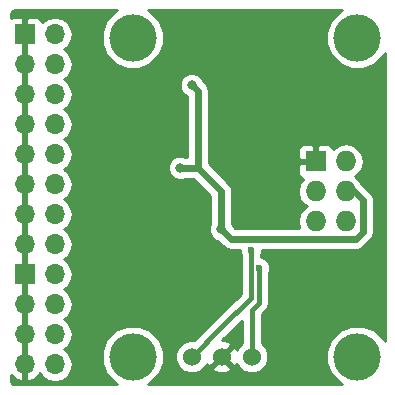
<source format=gbr>
G04 #@! TF.FileFunction,Copper,L2,Bot,Signal*
%FSLAX46Y46*%
G04 Gerber Fmt 4.6, Leading zero omitted, Abs format (unit mm)*
G04 Created by KiCad (PCBNEW 4.0.7-e2-6376~58~ubuntu16.04.1) date Mon Jan  7 01:20:08 2019*
%MOMM*%
%LPD*%
G01*
G04 APERTURE LIST*
%ADD10C,0.100000*%
%ADD11R,1.700000X1.700000*%
%ADD12O,1.700000X1.700000*%
%ADD13R,1.727200X1.727200*%
%ADD14O,1.727200X1.727200*%
%ADD15C,1.524000*%
%ADD16C,4.000000*%
%ADD17C,0.800000*%
%ADD18C,0.600000*%
%ADD19C,0.600000*%
%ADD20C,0.400000*%
%ADD21C,0.254000*%
G04 APERTURE END LIST*
D10*
D11*
X164370000Y-92710000D03*
D12*
X166910000Y-92710000D03*
X164370000Y-95250000D03*
X166910000Y-95250000D03*
X164370000Y-97790000D03*
X166910000Y-97790000D03*
X164370000Y-100330000D03*
X166910000Y-100330000D03*
X164370000Y-102870000D03*
X166910000Y-102870000D03*
X164370000Y-105410000D03*
X166910000Y-105410000D03*
X164370000Y-107950000D03*
X166910000Y-107950000D03*
X164370000Y-110490000D03*
X166910000Y-110490000D03*
D11*
X164370000Y-113030000D03*
D12*
X166910000Y-113030000D03*
X164370000Y-115570000D03*
X166910000Y-115570000D03*
X164370000Y-118110000D03*
X166910000Y-118110000D03*
X164370000Y-120650000D03*
X166910000Y-120650000D03*
D13*
X189000000Y-103460000D03*
D14*
X191540000Y-103460000D03*
X189000000Y-106000000D03*
X191540000Y-106000000D03*
X189000000Y-108540000D03*
X191540000Y-108540000D03*
D15*
X183580000Y-120000000D03*
X181040000Y-120000000D03*
X178500000Y-120000000D03*
D16*
X173500000Y-120000000D03*
X192500000Y-120000000D03*
X173500000Y-93000000D03*
X192500000Y-93000000D03*
D17*
X177000000Y-109000000D03*
D18*
X183500000Y-101000000D03*
D17*
X186500000Y-94000000D03*
X181500000Y-94000000D03*
X172500000Y-100000000D03*
X183500000Y-98000000D03*
X181000000Y-109198517D03*
X178500000Y-97000000D03*
X177500000Y-104000000D03*
D18*
X184200010Y-112449990D03*
X183500000Y-111000000D03*
D19*
X191540000Y-106000000D02*
X192264736Y-106000000D01*
X192967700Y-109460344D02*
X192428044Y-110000000D01*
X181000000Y-106000000D02*
X179000000Y-104000000D01*
X192264736Y-106000000D02*
X192967700Y-106702964D01*
X192967700Y-106702964D02*
X192967700Y-109460344D01*
X192428044Y-110000000D02*
X181801483Y-110000000D01*
X181801483Y-110000000D02*
X181000000Y-109198517D01*
X181000000Y-109198517D02*
X181000000Y-106000000D01*
X179000000Y-97500000D02*
X178500000Y-97000000D01*
X179000000Y-104000000D02*
X179000000Y-97500000D01*
X177500000Y-104000000D02*
X179000000Y-104000000D01*
D20*
X184200010Y-112449990D02*
X184200010Y-115452453D01*
X184200010Y-115452453D02*
X183580000Y-116072463D01*
X183580000Y-116072463D02*
X183580000Y-120000000D01*
X183500000Y-111000000D02*
X183500000Y-115000000D01*
X183500000Y-115000000D02*
X181004534Y-117495466D01*
X181004534Y-117495466D02*
X178500000Y-120000000D01*
D21*
G36*
X172009342Y-90764853D02*
X171267458Y-91505443D01*
X170865458Y-92473567D01*
X170864543Y-93521834D01*
X171264853Y-94490658D01*
X172005443Y-95232542D01*
X172973567Y-95634542D01*
X174021834Y-95635457D01*
X174990658Y-95235147D01*
X175732542Y-94494557D01*
X176134542Y-93526433D01*
X176135457Y-92478166D01*
X175735147Y-91509342D01*
X174994557Y-90767458D01*
X174795976Y-90685000D01*
X191202601Y-90685000D01*
X191009342Y-90764853D01*
X190267458Y-91505443D01*
X189865458Y-92473567D01*
X189864543Y-93521834D01*
X190264853Y-94490658D01*
X191005443Y-95232542D01*
X191973567Y-95634542D01*
X193021834Y-95635457D01*
X193990658Y-95235147D01*
X194732542Y-94494557D01*
X194815000Y-94295976D01*
X194815000Y-118702601D01*
X194735147Y-118509342D01*
X193994557Y-117767458D01*
X193026433Y-117365458D01*
X191978166Y-117364543D01*
X191009342Y-117764853D01*
X190267458Y-118505443D01*
X189865458Y-119473567D01*
X189864543Y-120521834D01*
X190264853Y-121490658D01*
X191005443Y-122232542D01*
X191204024Y-122315000D01*
X174797399Y-122315000D01*
X174990658Y-122235147D01*
X175732542Y-121494557D01*
X176134542Y-120526433D01*
X176135457Y-119478166D01*
X175735147Y-118509342D01*
X174994557Y-117767458D01*
X174026433Y-117365458D01*
X172978166Y-117364543D01*
X172009342Y-117764853D01*
X171267458Y-118505443D01*
X170865458Y-119473567D01*
X170864543Y-120521834D01*
X171264853Y-121490658D01*
X172005443Y-122232542D01*
X172204024Y-122315000D01*
X163567466Y-122315000D01*
X163384590Y-122278624D01*
X163286751Y-122213250D01*
X163221376Y-122115409D01*
X163185000Y-121932534D01*
X163185000Y-121511999D01*
X163488642Y-121845183D01*
X164013108Y-122091486D01*
X164243000Y-121970819D01*
X164243000Y-120777000D01*
X164223000Y-120777000D01*
X164223000Y-120523000D01*
X164243000Y-120523000D01*
X164243000Y-118237000D01*
X164223000Y-118237000D01*
X164223000Y-117983000D01*
X164243000Y-117983000D01*
X164243000Y-115697000D01*
X164223000Y-115697000D01*
X164223000Y-115443000D01*
X164243000Y-115443000D01*
X164243000Y-113157000D01*
X164223000Y-113157000D01*
X164223000Y-112903000D01*
X164243000Y-112903000D01*
X164243000Y-110617000D01*
X164223000Y-110617000D01*
X164223000Y-110363000D01*
X164243000Y-110363000D01*
X164243000Y-108077000D01*
X164223000Y-108077000D01*
X164223000Y-107823000D01*
X164243000Y-107823000D01*
X164243000Y-105537000D01*
X164223000Y-105537000D01*
X164223000Y-105283000D01*
X164243000Y-105283000D01*
X164243000Y-102997000D01*
X164223000Y-102997000D01*
X164223000Y-102743000D01*
X164243000Y-102743000D01*
X164243000Y-100457000D01*
X164223000Y-100457000D01*
X164223000Y-100203000D01*
X164243000Y-100203000D01*
X164243000Y-97917000D01*
X164223000Y-97917000D01*
X164223000Y-97663000D01*
X164243000Y-97663000D01*
X164243000Y-95377000D01*
X164223000Y-95377000D01*
X164223000Y-95123000D01*
X164243000Y-95123000D01*
X164243000Y-92837000D01*
X164223000Y-92837000D01*
X164223000Y-92583000D01*
X164243000Y-92583000D01*
X164243000Y-91383750D01*
X164497000Y-91383750D01*
X164497000Y-92583000D01*
X164517000Y-92583000D01*
X164517000Y-92837000D01*
X164497000Y-92837000D01*
X164497000Y-95123000D01*
X164517000Y-95123000D01*
X164517000Y-95377000D01*
X164497000Y-95377000D01*
X164497000Y-97663000D01*
X164517000Y-97663000D01*
X164517000Y-97917000D01*
X164497000Y-97917000D01*
X164497000Y-100203000D01*
X164517000Y-100203000D01*
X164517000Y-100457000D01*
X164497000Y-100457000D01*
X164497000Y-102743000D01*
X164517000Y-102743000D01*
X164517000Y-102997000D01*
X164497000Y-102997000D01*
X164497000Y-105283000D01*
X164517000Y-105283000D01*
X164517000Y-105537000D01*
X164497000Y-105537000D01*
X164497000Y-107823000D01*
X164517000Y-107823000D01*
X164517000Y-108077000D01*
X164497000Y-108077000D01*
X164497000Y-110363000D01*
X164517000Y-110363000D01*
X164517000Y-110617000D01*
X164497000Y-110617000D01*
X164497000Y-112903000D01*
X164517000Y-112903000D01*
X164517000Y-113157000D01*
X164497000Y-113157000D01*
X164497000Y-115443000D01*
X164517000Y-115443000D01*
X164517000Y-115697000D01*
X164497000Y-115697000D01*
X164497000Y-117983000D01*
X164517000Y-117983000D01*
X164517000Y-118237000D01*
X164497000Y-118237000D01*
X164497000Y-120523000D01*
X164517000Y-120523000D01*
X164517000Y-120777000D01*
X164497000Y-120777000D01*
X164497000Y-121970819D01*
X164726892Y-122091486D01*
X165251358Y-121845183D01*
X165641645Y-121416924D01*
X165641655Y-121416899D01*
X165830853Y-121700054D01*
X166312622Y-122021961D01*
X166880907Y-122135000D01*
X166939093Y-122135000D01*
X167507378Y-122021961D01*
X167989147Y-121700054D01*
X168311054Y-121218285D01*
X168424093Y-120650000D01*
X168311054Y-120081715D01*
X167989147Y-119599946D01*
X167659974Y-119380000D01*
X167989147Y-119160054D01*
X168311054Y-118678285D01*
X168424093Y-118110000D01*
X168311054Y-117541715D01*
X167989147Y-117059946D01*
X167659974Y-116840000D01*
X167989147Y-116620054D01*
X168311054Y-116138285D01*
X168424093Y-115570000D01*
X168311054Y-115001715D01*
X167989147Y-114519946D01*
X167659974Y-114300000D01*
X167989147Y-114080054D01*
X168311054Y-113598285D01*
X168424093Y-113030000D01*
X168311054Y-112461715D01*
X167989147Y-111979946D01*
X167659974Y-111760000D01*
X167989147Y-111540054D01*
X168311054Y-111058285D01*
X168424093Y-110490000D01*
X168311054Y-109921715D01*
X167989147Y-109439946D01*
X167659974Y-109220000D01*
X167989147Y-109000054D01*
X168311054Y-108518285D01*
X168424093Y-107950000D01*
X168311054Y-107381715D01*
X167989147Y-106899946D01*
X167659974Y-106680000D01*
X167989147Y-106460054D01*
X168311054Y-105978285D01*
X168424093Y-105410000D01*
X168311054Y-104841715D01*
X167989147Y-104359946D01*
X167757211Y-104204971D01*
X176464821Y-104204971D01*
X176622058Y-104585515D01*
X176912954Y-104876919D01*
X177293223Y-105034820D01*
X177704971Y-105035179D01*
X177947424Y-104935000D01*
X178612710Y-104935000D01*
X180065000Y-106387290D01*
X180065000Y-108751346D01*
X179965180Y-108991740D01*
X179964821Y-109403488D01*
X180122058Y-109784032D01*
X180412954Y-110075436D01*
X180655231Y-110176038D01*
X181140338Y-110661145D01*
X181443674Y-110863827D01*
X181801483Y-110935000D01*
X182565056Y-110935000D01*
X182564838Y-111185167D01*
X182665000Y-111427578D01*
X182665000Y-114654132D01*
X178715944Y-118603188D01*
X178223339Y-118602758D01*
X177709697Y-118814990D01*
X177316371Y-119207630D01*
X177103243Y-119720900D01*
X177102758Y-120276661D01*
X177314990Y-120790303D01*
X177707630Y-121183629D01*
X178220900Y-121396757D01*
X178776661Y-121397242D01*
X179290303Y-121185010D01*
X179495457Y-120980213D01*
X180239392Y-120980213D01*
X180308857Y-121222397D01*
X180832302Y-121409144D01*
X181387368Y-121381362D01*
X181771143Y-121222397D01*
X181840608Y-120980213D01*
X181040000Y-120179605D01*
X180239392Y-120980213D01*
X179495457Y-120980213D01*
X179683629Y-120792370D01*
X179763395Y-120600273D01*
X179817603Y-120731143D01*
X180059787Y-120800608D01*
X180860395Y-120000000D01*
X180846253Y-119985858D01*
X181025858Y-119806253D01*
X181040000Y-119820395D01*
X181840608Y-119019787D01*
X181771143Y-118777603D01*
X181247698Y-118590856D01*
X181081704Y-118599164D01*
X182745000Y-116935868D01*
X182745000Y-118859609D01*
X182396371Y-119207630D01*
X182316605Y-119399727D01*
X182262397Y-119268857D01*
X182020213Y-119199392D01*
X181219605Y-120000000D01*
X182020213Y-120800608D01*
X182262397Y-120731143D01*
X182312509Y-120590682D01*
X182394990Y-120790303D01*
X182787630Y-121183629D01*
X183300900Y-121396757D01*
X183856661Y-121397242D01*
X184370303Y-121185010D01*
X184763629Y-120792370D01*
X184976757Y-120279100D01*
X184977242Y-119723339D01*
X184765010Y-119209697D01*
X184415000Y-118859075D01*
X184415000Y-116418331D01*
X184790444Y-116042887D01*
X184971450Y-115771993D01*
X185035010Y-115452453D01*
X185035010Y-112877224D01*
X185134848Y-112636789D01*
X185135172Y-112264823D01*
X184993127Y-111921047D01*
X184730337Y-111657798D01*
X184386809Y-111515152D01*
X184335000Y-111515107D01*
X184335000Y-111427234D01*
X184434838Y-111186799D01*
X184435057Y-110935000D01*
X192428044Y-110935000D01*
X192785853Y-110863827D01*
X193089189Y-110661145D01*
X193628845Y-110121489D01*
X193831527Y-109818153D01*
X193902700Y-109460344D01*
X193902700Y-106702964D01*
X193831527Y-106345155D01*
X193628845Y-106041819D01*
X192925881Y-105338855D01*
X192853062Y-105290199D01*
X192599670Y-104910971D01*
X192328828Y-104730000D01*
X192599670Y-104549029D01*
X192924526Y-104062848D01*
X193038600Y-103489359D01*
X193038600Y-103430641D01*
X192924526Y-102857152D01*
X192599670Y-102370971D01*
X192113489Y-102046115D01*
X191540000Y-101932041D01*
X190966511Y-102046115D01*
X190480330Y-102370971D01*
X190466263Y-102392023D01*
X190401927Y-102236702D01*
X190223299Y-102058073D01*
X189989910Y-101961400D01*
X189285750Y-101961400D01*
X189127000Y-102120150D01*
X189127000Y-103333000D01*
X189147000Y-103333000D01*
X189147000Y-103587000D01*
X189127000Y-103587000D01*
X189127000Y-103607000D01*
X188873000Y-103607000D01*
X188873000Y-103587000D01*
X187660150Y-103587000D01*
X187501400Y-103745750D01*
X187501400Y-104449909D01*
X187598073Y-104683298D01*
X187776701Y-104861927D01*
X187930526Y-104925644D01*
X187615474Y-105397152D01*
X187501400Y-105970641D01*
X187501400Y-106029359D01*
X187615474Y-106602848D01*
X187940330Y-107089029D01*
X188211172Y-107270000D01*
X187940330Y-107450971D01*
X187615474Y-107937152D01*
X187501400Y-108510641D01*
X187501400Y-108569359D01*
X187599989Y-109065000D01*
X182188773Y-109065000D01*
X181977342Y-108853569D01*
X181935000Y-108751093D01*
X181935000Y-106000000D01*
X181863827Y-105642191D01*
X181661145Y-105338855D01*
X179935000Y-103612710D01*
X179935000Y-102470091D01*
X187501400Y-102470091D01*
X187501400Y-103174250D01*
X187660150Y-103333000D01*
X188873000Y-103333000D01*
X188873000Y-102120150D01*
X188714250Y-101961400D01*
X188010090Y-101961400D01*
X187776701Y-102058073D01*
X187598073Y-102236702D01*
X187501400Y-102470091D01*
X179935000Y-102470091D01*
X179935000Y-97500000D01*
X179863827Y-97142191D01*
X179661145Y-96838855D01*
X179477342Y-96655052D01*
X179377942Y-96414485D01*
X179087046Y-96123081D01*
X178706777Y-95965180D01*
X178295029Y-95964821D01*
X177914485Y-96122058D01*
X177623081Y-96412954D01*
X177465180Y-96793223D01*
X177464821Y-97204971D01*
X177622058Y-97585515D01*
X177912954Y-97876919D01*
X178065000Y-97940054D01*
X178065000Y-103065000D01*
X177947171Y-103065000D01*
X177706777Y-102965180D01*
X177295029Y-102964821D01*
X176914485Y-103122058D01*
X176623081Y-103412954D01*
X176465180Y-103793223D01*
X176464821Y-104204971D01*
X167757211Y-104204971D01*
X167659974Y-104140000D01*
X167989147Y-103920054D01*
X168311054Y-103438285D01*
X168424093Y-102870000D01*
X168311054Y-102301715D01*
X167989147Y-101819946D01*
X167659974Y-101600000D01*
X167989147Y-101380054D01*
X168311054Y-100898285D01*
X168424093Y-100330000D01*
X168311054Y-99761715D01*
X167989147Y-99279946D01*
X167659974Y-99060000D01*
X167989147Y-98840054D01*
X168311054Y-98358285D01*
X168424093Y-97790000D01*
X168311054Y-97221715D01*
X167989147Y-96739946D01*
X167659974Y-96520000D01*
X167989147Y-96300054D01*
X168311054Y-95818285D01*
X168424093Y-95250000D01*
X168311054Y-94681715D01*
X167989147Y-94199946D01*
X167659974Y-93980000D01*
X167989147Y-93760054D01*
X168311054Y-93278285D01*
X168424093Y-92710000D01*
X168311054Y-92141715D01*
X167989147Y-91659946D01*
X167507378Y-91338039D01*
X166939093Y-91225000D01*
X166880907Y-91225000D01*
X166312622Y-91338039D01*
X165830853Y-91659946D01*
X165826903Y-91665858D01*
X165758327Y-91500301D01*
X165579698Y-91321673D01*
X165346309Y-91225000D01*
X164655750Y-91225000D01*
X164497000Y-91383750D01*
X164243000Y-91383750D01*
X164084250Y-91225000D01*
X163393691Y-91225000D01*
X163185000Y-91311443D01*
X163185000Y-91067466D01*
X163221376Y-90884591D01*
X163286751Y-90786750D01*
X163384590Y-90721376D01*
X163567466Y-90685000D01*
X172202601Y-90685000D01*
X172009342Y-90764853D01*
X172009342Y-90764853D01*
G37*
X172009342Y-90764853D02*
X171267458Y-91505443D01*
X170865458Y-92473567D01*
X170864543Y-93521834D01*
X171264853Y-94490658D01*
X172005443Y-95232542D01*
X172973567Y-95634542D01*
X174021834Y-95635457D01*
X174990658Y-95235147D01*
X175732542Y-94494557D01*
X176134542Y-93526433D01*
X176135457Y-92478166D01*
X175735147Y-91509342D01*
X174994557Y-90767458D01*
X174795976Y-90685000D01*
X191202601Y-90685000D01*
X191009342Y-90764853D01*
X190267458Y-91505443D01*
X189865458Y-92473567D01*
X189864543Y-93521834D01*
X190264853Y-94490658D01*
X191005443Y-95232542D01*
X191973567Y-95634542D01*
X193021834Y-95635457D01*
X193990658Y-95235147D01*
X194732542Y-94494557D01*
X194815000Y-94295976D01*
X194815000Y-118702601D01*
X194735147Y-118509342D01*
X193994557Y-117767458D01*
X193026433Y-117365458D01*
X191978166Y-117364543D01*
X191009342Y-117764853D01*
X190267458Y-118505443D01*
X189865458Y-119473567D01*
X189864543Y-120521834D01*
X190264853Y-121490658D01*
X191005443Y-122232542D01*
X191204024Y-122315000D01*
X174797399Y-122315000D01*
X174990658Y-122235147D01*
X175732542Y-121494557D01*
X176134542Y-120526433D01*
X176135457Y-119478166D01*
X175735147Y-118509342D01*
X174994557Y-117767458D01*
X174026433Y-117365458D01*
X172978166Y-117364543D01*
X172009342Y-117764853D01*
X171267458Y-118505443D01*
X170865458Y-119473567D01*
X170864543Y-120521834D01*
X171264853Y-121490658D01*
X172005443Y-122232542D01*
X172204024Y-122315000D01*
X163567466Y-122315000D01*
X163384590Y-122278624D01*
X163286751Y-122213250D01*
X163221376Y-122115409D01*
X163185000Y-121932534D01*
X163185000Y-121511999D01*
X163488642Y-121845183D01*
X164013108Y-122091486D01*
X164243000Y-121970819D01*
X164243000Y-120777000D01*
X164223000Y-120777000D01*
X164223000Y-120523000D01*
X164243000Y-120523000D01*
X164243000Y-118237000D01*
X164223000Y-118237000D01*
X164223000Y-117983000D01*
X164243000Y-117983000D01*
X164243000Y-115697000D01*
X164223000Y-115697000D01*
X164223000Y-115443000D01*
X164243000Y-115443000D01*
X164243000Y-113157000D01*
X164223000Y-113157000D01*
X164223000Y-112903000D01*
X164243000Y-112903000D01*
X164243000Y-110617000D01*
X164223000Y-110617000D01*
X164223000Y-110363000D01*
X164243000Y-110363000D01*
X164243000Y-108077000D01*
X164223000Y-108077000D01*
X164223000Y-107823000D01*
X164243000Y-107823000D01*
X164243000Y-105537000D01*
X164223000Y-105537000D01*
X164223000Y-105283000D01*
X164243000Y-105283000D01*
X164243000Y-102997000D01*
X164223000Y-102997000D01*
X164223000Y-102743000D01*
X164243000Y-102743000D01*
X164243000Y-100457000D01*
X164223000Y-100457000D01*
X164223000Y-100203000D01*
X164243000Y-100203000D01*
X164243000Y-97917000D01*
X164223000Y-97917000D01*
X164223000Y-97663000D01*
X164243000Y-97663000D01*
X164243000Y-95377000D01*
X164223000Y-95377000D01*
X164223000Y-95123000D01*
X164243000Y-95123000D01*
X164243000Y-92837000D01*
X164223000Y-92837000D01*
X164223000Y-92583000D01*
X164243000Y-92583000D01*
X164243000Y-91383750D01*
X164497000Y-91383750D01*
X164497000Y-92583000D01*
X164517000Y-92583000D01*
X164517000Y-92837000D01*
X164497000Y-92837000D01*
X164497000Y-95123000D01*
X164517000Y-95123000D01*
X164517000Y-95377000D01*
X164497000Y-95377000D01*
X164497000Y-97663000D01*
X164517000Y-97663000D01*
X164517000Y-97917000D01*
X164497000Y-97917000D01*
X164497000Y-100203000D01*
X164517000Y-100203000D01*
X164517000Y-100457000D01*
X164497000Y-100457000D01*
X164497000Y-102743000D01*
X164517000Y-102743000D01*
X164517000Y-102997000D01*
X164497000Y-102997000D01*
X164497000Y-105283000D01*
X164517000Y-105283000D01*
X164517000Y-105537000D01*
X164497000Y-105537000D01*
X164497000Y-107823000D01*
X164517000Y-107823000D01*
X164517000Y-108077000D01*
X164497000Y-108077000D01*
X164497000Y-110363000D01*
X164517000Y-110363000D01*
X164517000Y-110617000D01*
X164497000Y-110617000D01*
X164497000Y-112903000D01*
X164517000Y-112903000D01*
X164517000Y-113157000D01*
X164497000Y-113157000D01*
X164497000Y-115443000D01*
X164517000Y-115443000D01*
X164517000Y-115697000D01*
X164497000Y-115697000D01*
X164497000Y-117983000D01*
X164517000Y-117983000D01*
X164517000Y-118237000D01*
X164497000Y-118237000D01*
X164497000Y-120523000D01*
X164517000Y-120523000D01*
X164517000Y-120777000D01*
X164497000Y-120777000D01*
X164497000Y-121970819D01*
X164726892Y-122091486D01*
X165251358Y-121845183D01*
X165641645Y-121416924D01*
X165641655Y-121416899D01*
X165830853Y-121700054D01*
X166312622Y-122021961D01*
X166880907Y-122135000D01*
X166939093Y-122135000D01*
X167507378Y-122021961D01*
X167989147Y-121700054D01*
X168311054Y-121218285D01*
X168424093Y-120650000D01*
X168311054Y-120081715D01*
X167989147Y-119599946D01*
X167659974Y-119380000D01*
X167989147Y-119160054D01*
X168311054Y-118678285D01*
X168424093Y-118110000D01*
X168311054Y-117541715D01*
X167989147Y-117059946D01*
X167659974Y-116840000D01*
X167989147Y-116620054D01*
X168311054Y-116138285D01*
X168424093Y-115570000D01*
X168311054Y-115001715D01*
X167989147Y-114519946D01*
X167659974Y-114300000D01*
X167989147Y-114080054D01*
X168311054Y-113598285D01*
X168424093Y-113030000D01*
X168311054Y-112461715D01*
X167989147Y-111979946D01*
X167659974Y-111760000D01*
X167989147Y-111540054D01*
X168311054Y-111058285D01*
X168424093Y-110490000D01*
X168311054Y-109921715D01*
X167989147Y-109439946D01*
X167659974Y-109220000D01*
X167989147Y-109000054D01*
X168311054Y-108518285D01*
X168424093Y-107950000D01*
X168311054Y-107381715D01*
X167989147Y-106899946D01*
X167659974Y-106680000D01*
X167989147Y-106460054D01*
X168311054Y-105978285D01*
X168424093Y-105410000D01*
X168311054Y-104841715D01*
X167989147Y-104359946D01*
X167757211Y-104204971D01*
X176464821Y-104204971D01*
X176622058Y-104585515D01*
X176912954Y-104876919D01*
X177293223Y-105034820D01*
X177704971Y-105035179D01*
X177947424Y-104935000D01*
X178612710Y-104935000D01*
X180065000Y-106387290D01*
X180065000Y-108751346D01*
X179965180Y-108991740D01*
X179964821Y-109403488D01*
X180122058Y-109784032D01*
X180412954Y-110075436D01*
X180655231Y-110176038D01*
X181140338Y-110661145D01*
X181443674Y-110863827D01*
X181801483Y-110935000D01*
X182565056Y-110935000D01*
X182564838Y-111185167D01*
X182665000Y-111427578D01*
X182665000Y-114654132D01*
X178715944Y-118603188D01*
X178223339Y-118602758D01*
X177709697Y-118814990D01*
X177316371Y-119207630D01*
X177103243Y-119720900D01*
X177102758Y-120276661D01*
X177314990Y-120790303D01*
X177707630Y-121183629D01*
X178220900Y-121396757D01*
X178776661Y-121397242D01*
X179290303Y-121185010D01*
X179495457Y-120980213D01*
X180239392Y-120980213D01*
X180308857Y-121222397D01*
X180832302Y-121409144D01*
X181387368Y-121381362D01*
X181771143Y-121222397D01*
X181840608Y-120980213D01*
X181040000Y-120179605D01*
X180239392Y-120980213D01*
X179495457Y-120980213D01*
X179683629Y-120792370D01*
X179763395Y-120600273D01*
X179817603Y-120731143D01*
X180059787Y-120800608D01*
X180860395Y-120000000D01*
X180846253Y-119985858D01*
X181025858Y-119806253D01*
X181040000Y-119820395D01*
X181840608Y-119019787D01*
X181771143Y-118777603D01*
X181247698Y-118590856D01*
X181081704Y-118599164D01*
X182745000Y-116935868D01*
X182745000Y-118859609D01*
X182396371Y-119207630D01*
X182316605Y-119399727D01*
X182262397Y-119268857D01*
X182020213Y-119199392D01*
X181219605Y-120000000D01*
X182020213Y-120800608D01*
X182262397Y-120731143D01*
X182312509Y-120590682D01*
X182394990Y-120790303D01*
X182787630Y-121183629D01*
X183300900Y-121396757D01*
X183856661Y-121397242D01*
X184370303Y-121185010D01*
X184763629Y-120792370D01*
X184976757Y-120279100D01*
X184977242Y-119723339D01*
X184765010Y-119209697D01*
X184415000Y-118859075D01*
X184415000Y-116418331D01*
X184790444Y-116042887D01*
X184971450Y-115771993D01*
X185035010Y-115452453D01*
X185035010Y-112877224D01*
X185134848Y-112636789D01*
X185135172Y-112264823D01*
X184993127Y-111921047D01*
X184730337Y-111657798D01*
X184386809Y-111515152D01*
X184335000Y-111515107D01*
X184335000Y-111427234D01*
X184434838Y-111186799D01*
X184435057Y-110935000D01*
X192428044Y-110935000D01*
X192785853Y-110863827D01*
X193089189Y-110661145D01*
X193628845Y-110121489D01*
X193831527Y-109818153D01*
X193902700Y-109460344D01*
X193902700Y-106702964D01*
X193831527Y-106345155D01*
X193628845Y-106041819D01*
X192925881Y-105338855D01*
X192853062Y-105290199D01*
X192599670Y-104910971D01*
X192328828Y-104730000D01*
X192599670Y-104549029D01*
X192924526Y-104062848D01*
X193038600Y-103489359D01*
X193038600Y-103430641D01*
X192924526Y-102857152D01*
X192599670Y-102370971D01*
X192113489Y-102046115D01*
X191540000Y-101932041D01*
X190966511Y-102046115D01*
X190480330Y-102370971D01*
X190466263Y-102392023D01*
X190401927Y-102236702D01*
X190223299Y-102058073D01*
X189989910Y-101961400D01*
X189285750Y-101961400D01*
X189127000Y-102120150D01*
X189127000Y-103333000D01*
X189147000Y-103333000D01*
X189147000Y-103587000D01*
X189127000Y-103587000D01*
X189127000Y-103607000D01*
X188873000Y-103607000D01*
X188873000Y-103587000D01*
X187660150Y-103587000D01*
X187501400Y-103745750D01*
X187501400Y-104449909D01*
X187598073Y-104683298D01*
X187776701Y-104861927D01*
X187930526Y-104925644D01*
X187615474Y-105397152D01*
X187501400Y-105970641D01*
X187501400Y-106029359D01*
X187615474Y-106602848D01*
X187940330Y-107089029D01*
X188211172Y-107270000D01*
X187940330Y-107450971D01*
X187615474Y-107937152D01*
X187501400Y-108510641D01*
X187501400Y-108569359D01*
X187599989Y-109065000D01*
X182188773Y-109065000D01*
X181977342Y-108853569D01*
X181935000Y-108751093D01*
X181935000Y-106000000D01*
X181863827Y-105642191D01*
X181661145Y-105338855D01*
X179935000Y-103612710D01*
X179935000Y-102470091D01*
X187501400Y-102470091D01*
X187501400Y-103174250D01*
X187660150Y-103333000D01*
X188873000Y-103333000D01*
X188873000Y-102120150D01*
X188714250Y-101961400D01*
X188010090Y-101961400D01*
X187776701Y-102058073D01*
X187598073Y-102236702D01*
X187501400Y-102470091D01*
X179935000Y-102470091D01*
X179935000Y-97500000D01*
X179863827Y-97142191D01*
X179661145Y-96838855D01*
X179477342Y-96655052D01*
X179377942Y-96414485D01*
X179087046Y-96123081D01*
X178706777Y-95965180D01*
X178295029Y-95964821D01*
X177914485Y-96122058D01*
X177623081Y-96412954D01*
X177465180Y-96793223D01*
X177464821Y-97204971D01*
X177622058Y-97585515D01*
X177912954Y-97876919D01*
X178065000Y-97940054D01*
X178065000Y-103065000D01*
X177947171Y-103065000D01*
X177706777Y-102965180D01*
X177295029Y-102964821D01*
X176914485Y-103122058D01*
X176623081Y-103412954D01*
X176465180Y-103793223D01*
X176464821Y-104204971D01*
X167757211Y-104204971D01*
X167659974Y-104140000D01*
X167989147Y-103920054D01*
X168311054Y-103438285D01*
X168424093Y-102870000D01*
X168311054Y-102301715D01*
X167989147Y-101819946D01*
X167659974Y-101600000D01*
X167989147Y-101380054D01*
X168311054Y-100898285D01*
X168424093Y-100330000D01*
X168311054Y-99761715D01*
X167989147Y-99279946D01*
X167659974Y-99060000D01*
X167989147Y-98840054D01*
X168311054Y-98358285D01*
X168424093Y-97790000D01*
X168311054Y-97221715D01*
X167989147Y-96739946D01*
X167659974Y-96520000D01*
X167989147Y-96300054D01*
X168311054Y-95818285D01*
X168424093Y-95250000D01*
X168311054Y-94681715D01*
X167989147Y-94199946D01*
X167659974Y-93980000D01*
X167989147Y-93760054D01*
X168311054Y-93278285D01*
X168424093Y-92710000D01*
X168311054Y-92141715D01*
X167989147Y-91659946D01*
X167507378Y-91338039D01*
X166939093Y-91225000D01*
X166880907Y-91225000D01*
X166312622Y-91338039D01*
X165830853Y-91659946D01*
X165826903Y-91665858D01*
X165758327Y-91500301D01*
X165579698Y-91321673D01*
X165346309Y-91225000D01*
X164655750Y-91225000D01*
X164497000Y-91383750D01*
X164243000Y-91383750D01*
X164084250Y-91225000D01*
X163393691Y-91225000D01*
X163185000Y-91311443D01*
X163185000Y-91067466D01*
X163221376Y-90884591D01*
X163286751Y-90786750D01*
X163384590Y-90721376D01*
X163567466Y-90685000D01*
X172202601Y-90685000D01*
X172009342Y-90764853D01*
M02*

</source>
